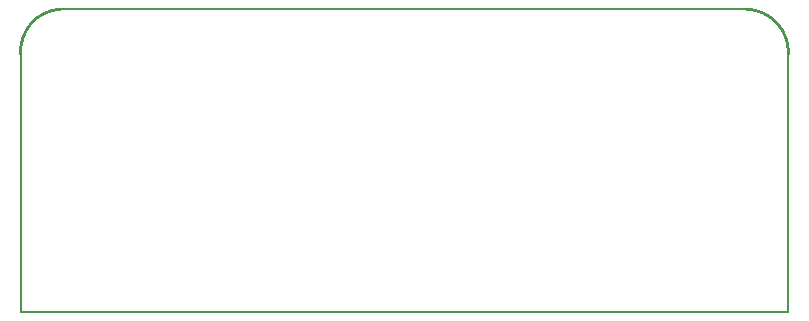
<source format=gbr>
G04*
G04 #@! TF.GenerationSoftware,Altium Limited,Altium Designer,24.8.2 (39)*
G04*
G04 Layer_Color=16711935*
%FSLAX25Y25*%
%MOIN*%
G70*
G04*
G04 #@! TF.SameCoordinates,CBBCE14F-D53E-4E5E-9298-E108D83DD630*
G04*
G04*
G04 #@! TF.FilePolarity,Positive*
G04*
G01*
G75*
%ADD10C,0.00787*%
%ADD18C,0.01000*%
D10*
X78000Y286000D02*
X307000D01*
X320835Y185000D02*
Y270961D01*
X64961Y185000D02*
Y270961D01*
Y185000D02*
X66000D01*
X66000Y185000D01*
X64961Y185000D02*
X320835Y185000D01*
X317500D02*
X320835D01*
D18*
Y270961D02*
G03*
X307000Y286000I-14437J602D01*
G01*
X78000D02*
G03*
X64961Y270961I1000J-14039D01*
G01*
M02*

</source>
